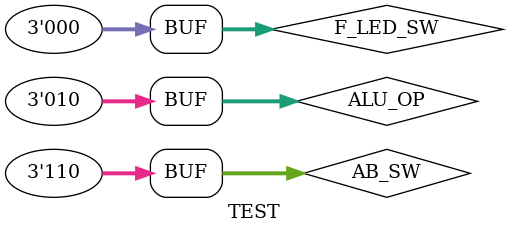
<source format=v>
`timescale 1ns / 1ps


module TEST;

	// Inputs
	reg [2:0] ALU_OP;
	reg [2:0] AB_SW;
	reg [2:0] F_LED_SW;

	// Outputs
	wire [7:0] LED;

	// Instantiate the Unit Under Test (UUT)
	MAIN uut (
		.ALU_OP(ALU_OP), 
		.AB_SW(AB_SW), 
		.F_LED_SW(F_LED_SW), 
		.LED(LED)
	);

	initial begin
		// Initialize Inputs

		ALU_OP = 4;
		AB_SW = 3;
		F_LED_SW = 3;

		// Wait 100 ns for global reset to finish
		#100;
		ALU_OP = 4;
		AB_SW = 3;
		F_LED_SW = 2;

		// Wait 100 ns for global reset to finish
		#100;
		ALU_OP = 4;
		AB_SW = 3;
		F_LED_SW = 1;

		// Wait 100 ns for global reset to finish
		#100;
		ALU_OP = 4;
		AB_SW = 3;
		F_LED_SW = 0;

		// Wait 100 ns for global reset to finish
		#100;
		
		ALU_OP = 2;
		AB_SW = 6;
		F_LED_SW = 3;

		// Wait 100 ns for global reset to finish
		#100;
		ALU_OP = 2;
		AB_SW = 6;
		F_LED_SW = 2;

		// Wait 100 ns for global reset to finish
		#100;
		ALU_OP = 2;
		AB_SW = 6;
		F_LED_SW = 1;

		// Wait 100 ns for global reset to finish
		#100;
		ALU_OP = 2;
		AB_SW = 6;
		F_LED_SW = 0;

		// Wait 100 ns for global reset to finish
		#100;
	end
      
endmodule


</source>
